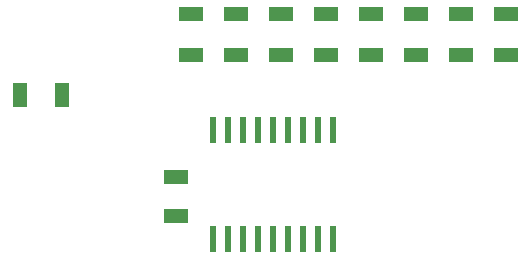
<source format=gbr>
G04 EAGLE Gerber RS-274X export*
G75*
%MOMM*%
%FSLAX34Y34*%
%LPD*%
%INSolderpaste Bottom*%
%IPPOS*%
%AMOC8*
5,1,8,0,0,1.08239X$1,22.5*%
G01*
%ADD10R,0.600000X2.200000*%
%ADD11R,1.270000X2.060000*%
%ADD12R,2.060000X1.270000*%
%ADD13R,2.032000X1.270000*%


D10*
X450850Y157200D03*
X399450Y249200D03*
X463550Y157200D03*
X438150Y157200D03*
X425450Y157200D03*
X412150Y249200D03*
X386750Y249200D03*
X374050Y249200D03*
X400050Y157200D03*
X412750Y157200D03*
X387350Y157200D03*
X374650Y157200D03*
X424850Y249200D03*
X437550Y249200D03*
X450550Y249200D03*
X463550Y249200D03*
X361950Y157200D03*
X361350Y249200D03*
D11*
X198350Y279400D03*
X233450Y279400D03*
D12*
X571500Y312650D03*
X571500Y347750D03*
X609600Y312650D03*
X609600Y347750D03*
X342900Y312650D03*
X342900Y347750D03*
X381000Y312650D03*
X381000Y347750D03*
X419100Y312650D03*
X419100Y347750D03*
X457200Y312650D03*
X457200Y347750D03*
X495300Y312650D03*
X495300Y347750D03*
X533400Y312650D03*
X533400Y347750D03*
D13*
X330200Y209550D03*
X330200Y176530D03*
M02*

</source>
